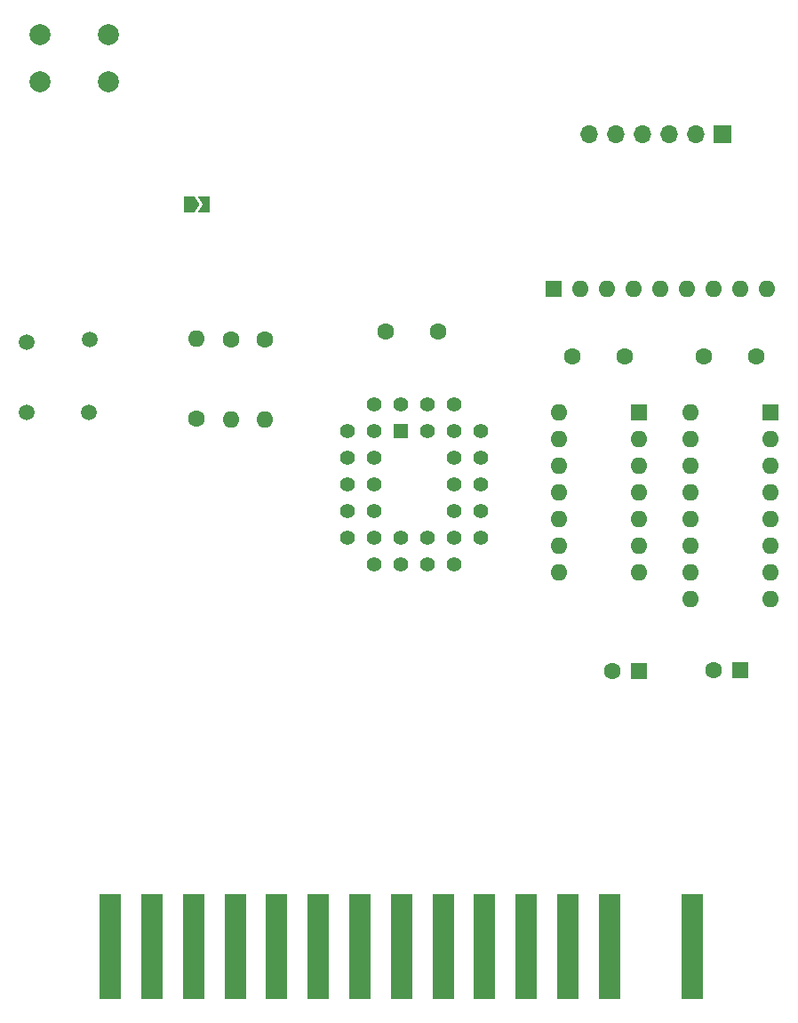
<source format=gbr>
G04 #@! TF.GenerationSoftware,KiCad,Pcbnew,7.0.10*
G04 #@! TF.CreationDate,2024-04-03T18:47:56+02:00*
G04 #@! TF.ProjectId,p2000t-multicartridge,70323030-3074-42d6-9d75-6c7469636172,rev?*
G04 #@! TF.SameCoordinates,Original*
G04 #@! TF.FileFunction,Soldermask,Bot*
G04 #@! TF.FilePolarity,Negative*
%FSLAX46Y46*%
G04 Gerber Fmt 4.6, Leading zero omitted, Abs format (unit mm)*
G04 Created by KiCad (PCBNEW 7.0.10) date 2024-04-03 18:47:56*
%MOMM*%
%LPD*%
G01*
G04 APERTURE LIST*
G04 Aperture macros list*
%AMFreePoly0*
4,1,6,1.000000,0.000000,0.500000,-0.750000,-0.500000,-0.750000,-0.500000,0.750000,0.500000,0.750000,1.000000,0.000000,1.000000,0.000000,$1*%
%AMFreePoly1*
4,1,6,0.500000,-0.750000,-0.650000,-0.750000,-0.150000,0.000000,-0.650000,0.750000,0.500000,0.750000,0.500000,-0.750000,0.500000,-0.750000,$1*%
G04 Aperture macros list end*
%ADD10C,2.000000*%
%ADD11C,1.500000*%
%ADD12R,1.600000X1.600000*%
%ADD13O,1.600000X1.600000*%
%ADD14C,1.600000*%
%ADD15R,1.700000X1.700000*%
%ADD16O,1.700000X1.700000*%
%ADD17FreePoly0,0.000000*%
%ADD18FreePoly1,0.000000*%
%ADD19R,2.000000X10.000000*%
%ADD20R,1.422400X1.422400*%
%ADD21C,1.422400*%
G04 APERTURE END LIST*
D10*
X55247000Y-52345000D03*
X48747000Y-52345000D03*
X55247000Y-56845000D03*
X48747000Y-56845000D03*
D11*
X47498000Y-81661000D03*
X47498000Y-88370000D03*
X53445000Y-88370000D03*
X53467000Y-81407000D03*
D12*
X105821000Y-88337000D03*
D13*
X105821000Y-90877000D03*
X105821000Y-93417000D03*
X105821000Y-95957000D03*
X105821000Y-98497000D03*
X105821000Y-101037000D03*
X105821000Y-103577000D03*
X98201000Y-103577000D03*
X98201000Y-101037000D03*
X98201000Y-98497000D03*
X98201000Y-95957000D03*
X98201000Y-93417000D03*
X98201000Y-90877000D03*
X98201000Y-88337000D03*
D14*
X99471000Y-83003000D03*
X104471000Y-83003000D03*
X86647000Y-80645000D03*
X81647000Y-80645000D03*
D15*
X113792000Y-61849000D03*
D16*
X111252000Y-61849000D03*
X108712000Y-61849000D03*
X106172000Y-61849000D03*
X103632000Y-61849000D03*
X101092000Y-61849000D03*
D17*
X62954000Y-68557000D03*
D18*
X64404000Y-68557000D03*
D12*
X118347000Y-88345000D03*
D13*
X118347000Y-90885000D03*
X118347000Y-93425000D03*
X118347000Y-95965000D03*
X118347000Y-98505000D03*
X118347000Y-101045000D03*
X118347000Y-103585000D03*
X118347000Y-106125000D03*
X110727000Y-106125000D03*
X110727000Y-103585000D03*
X110727000Y-101045000D03*
X110727000Y-98505000D03*
X110727000Y-95965000D03*
X110727000Y-93425000D03*
X110727000Y-90885000D03*
X110727000Y-88345000D03*
D12*
X105797000Y-112945000D03*
D14*
X103297000Y-112945000D03*
X116997000Y-83045000D03*
X111997000Y-83045000D03*
X70165000Y-81383000D03*
D13*
X70165000Y-89003000D03*
D14*
X66915000Y-81383000D03*
D13*
X66915000Y-89003000D03*
D14*
X63615000Y-88973000D03*
D13*
X63615000Y-81353000D03*
D19*
X55465000Y-139192000D03*
X59425000Y-139192000D03*
X63385000Y-139192000D03*
X67345000Y-139192000D03*
X71305000Y-139192000D03*
X75265000Y-139192000D03*
X79225000Y-139192000D03*
X83185000Y-139192000D03*
X87145000Y-139192000D03*
X91105000Y-139192000D03*
X95065000Y-139192000D03*
X99025000Y-139192000D03*
X102985000Y-139192000D03*
X110905000Y-139192000D03*
D12*
X115443000Y-112903000D03*
D14*
X112943000Y-112903000D03*
D12*
X97663000Y-76581000D03*
D13*
X100203000Y-76581000D03*
X102743000Y-76581000D03*
X105283000Y-76581000D03*
X107823000Y-76581000D03*
X110363000Y-76581000D03*
X112903000Y-76581000D03*
X115443000Y-76581000D03*
X117983000Y-76581000D03*
D20*
X83147000Y-90145000D03*
D21*
X85687000Y-87605000D03*
X85687000Y-90145000D03*
X88227000Y-87605000D03*
X90767000Y-90145000D03*
X88227000Y-90145000D03*
X90767000Y-92685000D03*
X88227000Y-92685000D03*
X90767000Y-95225000D03*
X88227000Y-95225000D03*
X90767000Y-97765000D03*
X88227000Y-97765000D03*
X90767000Y-100305000D03*
X88227000Y-102845000D03*
X88227000Y-100305000D03*
X85687000Y-102845000D03*
X85687000Y-100305000D03*
X83147000Y-102845000D03*
X83147000Y-100305000D03*
X80607000Y-102845000D03*
X78067000Y-100305000D03*
X80607000Y-100305000D03*
X78067000Y-97765000D03*
X80607000Y-97765000D03*
X78067000Y-95225000D03*
X80607000Y-95225000D03*
X78067000Y-92685000D03*
X80607000Y-92685000D03*
X78067000Y-90145000D03*
X80607000Y-87605000D03*
X80607000Y-90145000D03*
X83147000Y-87605000D03*
M02*

</source>
